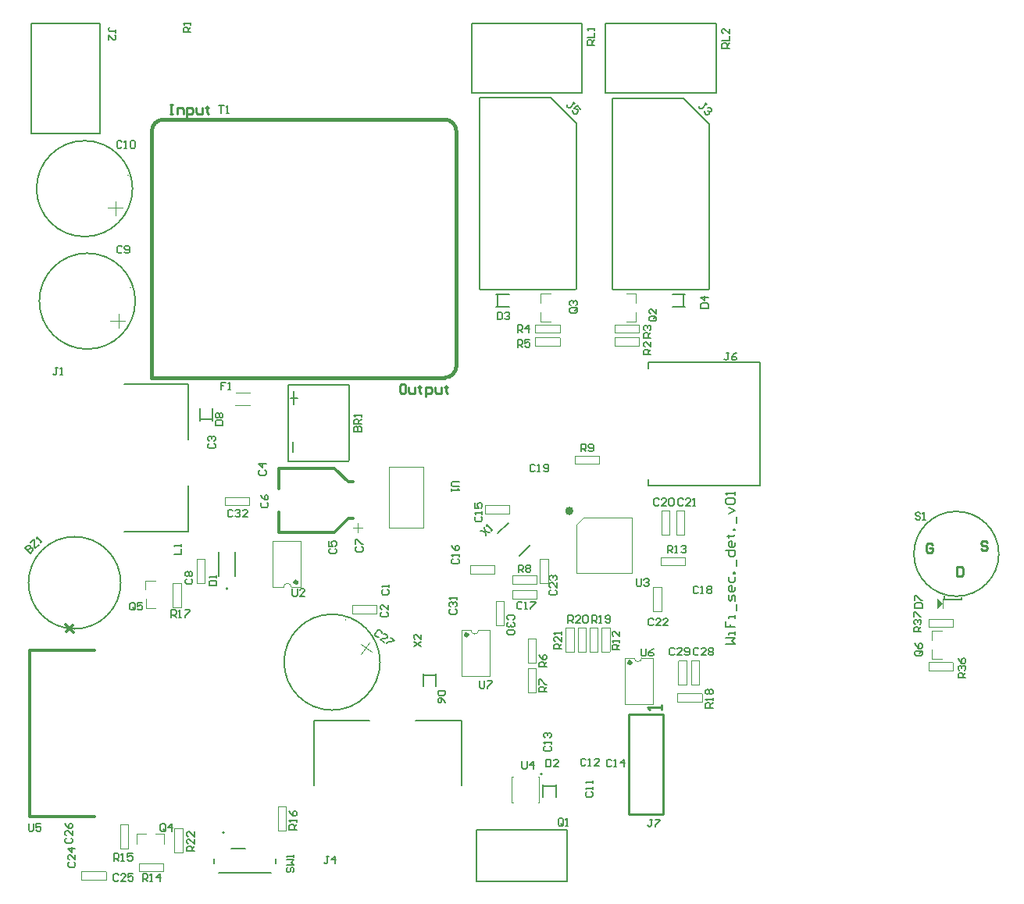
<source format=gto>
G04*
G04 #@! TF.GenerationSoftware,Altium Limited,Altium Designer,22.8.2 (66)*
G04*
G04 Layer_Color=16776960*
%FSLAX25Y25*%
%MOIN*%
G70*
G04*
G04 #@! TF.SameCoordinates,CEF463C0-22AA-4E03-8404-DDFA2DAA14BC*
G04*
G04*
G04 #@! TF.FilePolarity,Positive*
G04*
G01*
G75*
%ADD10C,0.00394*%
%ADD11C,0.01575*%
%ADD12C,0.00787*%
%ADD13C,0.01968*%
%ADD14C,0.01181*%
%ADD15C,0.00500*%
%ADD16C,0.00197*%
%ADD17C,0.00984*%
%ADD18C,0.01000*%
%ADD19C,0.00591*%
G36*
X392323Y142913D02*
X389961Y140551D01*
Y145276D01*
X392323Y142913D01*
D02*
G37*
D10*
X190945Y131496D02*
G03*
X194095Y131496I1575J0D01*
G01*
X260630Y119685D02*
G03*
X263779Y119685I1575J0D01*
G01*
X114173Y150000D02*
G03*
X111024Y150000I-1575J0D01*
G01*
X207179Y181301D02*
Y184721D01*
X207099Y184801D02*
X207179Y184721D01*
X196799Y184801D02*
X207099D01*
X196799Y181441D02*
Y184801D01*
X196939Y181301D02*
X207179D01*
X284844Y108175D02*
Y118415D01*
X284984Y118555D02*
X288344D01*
Y108255D02*
Y118555D01*
X288264Y108175D02*
X288344Y108255D01*
X284844Y108175D02*
X288264D01*
X187008Y131496D02*
X190945D01*
X194095D02*
X198819D01*
Y111811D02*
Y131496D01*
X187008Y111811D02*
X198819D01*
X187008D02*
Y131496D01*
X256693Y100000D02*
Y119685D01*
Y100000D02*
X268504D01*
Y119685D01*
X263779D02*
X268504D01*
X256693D02*
X260630D01*
X208268Y68898D02*
X208815D01*
X208268Y68504D02*
Y68898D01*
Y57874D02*
X208764D01*
X208268D02*
Y68504D01*
X219532Y68898D02*
X220079D01*
Y68504D02*
Y68898D01*
X219582Y57874D02*
X220079D01*
Y68504D01*
X235827Y155905D02*
Y176575D01*
X238779Y179528D01*
X235827Y155905D02*
X259449D01*
Y179528D01*
X238779D02*
X259449D01*
X118110Y150000D02*
Y169685D01*
X106299D02*
X118110D01*
X106299Y150000D02*
Y169685D01*
Y150000D02*
X111024D01*
X114173D02*
X118110D01*
X155905Y201181D02*
X170472D01*
X155905Y175197D02*
Y201181D01*
Y175197D02*
X170472D01*
Y201181D01*
X386308Y132876D02*
X396548D01*
X386168Y133016D02*
Y136376D01*
X396468D01*
X396548Y136296D01*
Y132876D02*
Y136296D01*
X386129Y117912D02*
X396369D01*
X396509Y114412D02*
Y117772D01*
X386209Y114412D02*
X396509D01*
X386129Y114492D02*
X386209Y114412D01*
X386129Y114492D02*
Y117912D01*
X64492Y46942D02*
X67912D01*
X64412Y46862D02*
X64492Y46942D01*
X64412Y36562D02*
Y46862D01*
Y36562D02*
X67772D01*
X67912Y36702D02*
Y46942D01*
X231301Y122349D02*
Y132589D01*
X231441Y132729D02*
X234801D01*
Y122429D02*
Y132729D01*
X234721Y122349D02*
X234801Y122429D01*
X231301Y122349D02*
X234721D01*
X236419D02*
Y132589D01*
X236559Y132729D02*
X239919D01*
Y122429D02*
Y132729D01*
X239839Y122349D02*
X239919Y122429D01*
X236419Y122349D02*
X239839D01*
X241537D02*
Y132589D01*
X241677Y132729D02*
X245037D01*
Y122429D02*
Y132729D01*
X244957Y122349D02*
X245037Y122429D01*
X241537Y122349D02*
X244957D01*
X279042Y101106D02*
Y104526D01*
Y101106D02*
X279122Y101026D01*
X289422D01*
Y104386D01*
X279042Y104526D02*
X289282D01*
X63704Y151667D02*
X67124D01*
X63624Y151587D02*
X63704Y151667D01*
X63624Y141287D02*
Y151587D01*
Y141287D02*
X66984D01*
X67124Y141427D02*
Y151667D01*
X108586Y56391D02*
X112006D01*
X108506Y56311D02*
X108586Y56391D01*
X108506Y46011D02*
Y56311D01*
Y46011D02*
X111866D01*
X112006Y46151D02*
Y56391D01*
X41263Y48517D02*
X44683D01*
X41183Y48437D02*
X41263Y48517D01*
X41183Y38137D02*
Y48437D01*
Y38137D02*
X44543D01*
X44683Y38277D02*
Y48517D01*
X59541Y28545D02*
Y31965D01*
X59461Y32045D02*
X59541Y31965D01*
X49161Y32045D02*
X59461D01*
X49161Y28685D02*
Y32045D01*
X49301Y28545D02*
X59541D01*
X271955Y162794D02*
X282195D01*
X282335Y159294D02*
Y162654D01*
X272035Y159294D02*
X282335D01*
X271955Y159374D02*
X272035Y159294D01*
X271955Y159374D02*
Y162794D01*
X250195Y122529D02*
Y132769D01*
X246695Y122389D02*
X250055D01*
X246695D02*
Y132689D01*
X246775Y132769D01*
X250195D01*
X235341Y202681D02*
Y206101D01*
Y202681D02*
X235421Y202601D01*
X245721D01*
Y205961D01*
X235341Y206101D02*
X245581D01*
X208569Y154920D02*
X218809D01*
X218949Y151420D02*
Y154780D01*
X208649Y151420D02*
X218949D01*
X208569Y151500D02*
X208649Y151420D01*
X208569Y151500D02*
Y154920D01*
X215279Y115446D02*
X218699D01*
X215199Y115366D02*
X215279Y115446D01*
X215199Y105066D02*
Y115366D01*
Y105066D02*
X218559D01*
X218699Y105206D02*
Y115446D01*
X215159Y117625D02*
X218579D01*
X218659Y117705D01*
Y128005D01*
X215299D02*
X218659D01*
X215159Y117625D02*
Y127865D01*
X218412Y253074D02*
Y256494D01*
Y253074D02*
X218493Y252994D01*
X228793D01*
Y256354D01*
X218412Y256494D02*
X228652D01*
X218412Y258586D02*
Y262006D01*
Y258586D02*
X218493Y258506D01*
X228793D01*
Y261866D01*
X218412Y262006D02*
X228652D01*
X262691Y258505D02*
Y261925D01*
X262611Y262005D02*
X262691Y261925D01*
X252311Y262005D02*
X262611D01*
X252311Y258645D02*
Y262005D01*
X252451Y258505D02*
X262691D01*
X252270Y253074D02*
Y256494D01*
Y253074D02*
X252350Y252994D01*
X262650D01*
Y256354D01*
X252270Y256494D02*
X262510D01*
X387719Y119291D02*
X391910D01*
X387719D02*
Y123228D01*
X387678Y131130D02*
X391868D01*
X387678Y127193D02*
Y131130D01*
X52067Y148847D02*
Y152784D01*
X56258D01*
X52109Y140945D02*
Y144882D01*
Y140945D02*
X56299D01*
X56130Y44567D02*
X60067D01*
Y40376D02*
Y44567D01*
X48228Y44525D02*
X52165D01*
X48228Y40335D02*
Y44525D01*
X220571Y271288D02*
Y275225D01*
X224762D01*
X220613Y263386D02*
Y267323D01*
Y263386D02*
X224803D01*
X261318D02*
Y267323D01*
X257128Y263386D02*
X261318D01*
X261277Y271288D02*
Y275225D01*
X257087D02*
X261277D01*
X90551Y233071D02*
X96457D01*
X90158Y227559D02*
X96457D01*
X392323Y140945D02*
Y144882D01*
X96155Y184844D02*
Y188264D01*
X96075Y188344D02*
X96155Y188264D01*
X85775Y188344D02*
X96075D01*
X85775Y184984D02*
Y188344D01*
X85915Y184844D02*
X96155D01*
X201500Y143962D02*
X204920D01*
X201420Y143882D02*
X201500Y143962D01*
X201420Y133582D02*
Y143882D01*
Y133582D02*
X204780D01*
X204920Y133722D02*
Y143962D01*
X279332Y108176D02*
Y118416D01*
X279472Y118556D02*
X282832D01*
Y108256D02*
Y118556D01*
X282752Y108176D02*
X282832Y108256D01*
X279332Y108176D02*
X282752D01*
X144048Y121225D02*
X147661Y126385D01*
X143823Y125709D02*
X148660Y122321D01*
X137180Y136127D02*
X137406Y136450D01*
X24712Y28542D02*
X34952D01*
X35092Y25042D02*
Y28402D01*
X24792Y25042D02*
X35092D01*
X24712Y25122D02*
X24792Y25042D01*
X24712Y25122D02*
Y28542D01*
X223817Y151663D02*
Y161903D01*
X220317Y151523D02*
X223677D01*
X220317D02*
Y161823D01*
X220397Y161903D01*
X223817D01*
X272242Y139852D02*
Y150092D01*
X268742Y139712D02*
X272102D01*
X268742D02*
Y150012D01*
X268822Y150092D01*
X272242D01*
X278545Y172349D02*
Y182589D01*
X278685Y182729D02*
X282045D01*
Y172429D02*
Y182729D01*
X281965Y172349D02*
X282045Y172429D01*
X278545Y172349D02*
X281965D01*
X272246D02*
Y182589D01*
X272386Y182729D02*
X275746D01*
Y172429D02*
Y182729D01*
X275666Y172349D02*
X275746Y172429D01*
X272246Y172349D02*
X275666D01*
X218907Y145006D02*
Y148426D01*
X218827Y148506D02*
X218907Y148426D01*
X208527Y148506D02*
X218827D01*
X208527Y145146D02*
Y148506D01*
X208667Y145006D02*
X218907D01*
X200879Y155710D02*
Y159130D01*
X200799Y159210D02*
X200879Y159130D01*
X190499Y159210D02*
X200799D01*
X190499Y155850D02*
Y159210D01*
X190639Y155710D02*
X200879D01*
X35827Y311811D02*
X42126D01*
X39370Y308661D02*
Y314567D01*
X44094Y325984D02*
X44488D01*
X37008Y263779D02*
X43307D01*
X40551Y260630D02*
Y266535D01*
X45276Y277953D02*
X45669D01*
X73821Y151483D02*
Y161723D01*
X73961Y161863D02*
X77321D01*
Y151563D02*
Y161863D01*
X77241Y151483D02*
X77321Y151563D01*
X73821Y151483D02*
X77241D01*
X140551Y175197D02*
X144488D01*
X142520Y173228D02*
Y177165D01*
X150486Y138781D02*
Y142201D01*
X150406Y142281D02*
X150486Y142201D01*
X140106Y142281D02*
X150406D01*
X140106Y138921D02*
Y142281D01*
X140246Y138781D02*
X150486D01*
D11*
X189370Y129528D02*
G03*
X189370Y129528I-394J0D01*
G01*
X259055Y117717D02*
G03*
X259055Y117717I-394J0D01*
G01*
X116535Y151969D02*
G03*
X116535Y151969I-394J0D01*
G01*
X179646Y239370D02*
G03*
X184646Y244370I0J5000D01*
G01*
Y344606D02*
G03*
X179646Y349606I-5000J0D01*
G01*
X59724D02*
G03*
X54724Y344606I0J-5000D01*
G01*
Y239370D02*
X179646D01*
X184646Y244370D02*
Y344606D01*
X59724Y349606D02*
X179646D01*
X54724Y239370D02*
Y344606D01*
D12*
X221260Y70079D02*
G03*
X221260Y70079I-394J0D01*
G01*
X85713Y45161D02*
G03*
X85713Y45161I-394J0D01*
G01*
X416153Y164535D02*
G03*
X416157Y164158I-18106J-377D01*
G01*
X87146Y149386D02*
G03*
X87146Y149386I-394J0D01*
G01*
X152102Y117905D02*
G03*
X152102Y117905I-20472J0D01*
G01*
X46457Y320079D02*
G03*
X46457Y320079I-20472J0D01*
G01*
X47638Y272047D02*
G03*
X47638Y272047I-20472J0D01*
G01*
X41449Y151805D02*
G03*
X41449Y151805I-19685J0D01*
G01*
X75197Y220866D02*
Y226378D01*
X80709Y220866D02*
Y226378D01*
X75197Y221654D02*
X80315D01*
X202346Y172874D02*
X206800Y177328D01*
X211533Y163131D02*
X216265Y167863D01*
X392929Y144473D02*
Y146441D01*
X400409Y144473D02*
Y145654D01*
X392929Y144473D02*
X400409D01*
X251220Y277284D02*
Y358780D01*
X281535D01*
X292559Y347756D01*
Y277284D02*
Y347756D01*
X292165Y276890D02*
X292559Y277284D01*
X251614Y276890D02*
X292165D01*
X194449Y277362D02*
Y358858D01*
X224764D01*
X235787Y347835D01*
Y277362D02*
Y347835D01*
X235394Y276969D02*
X235787Y277362D01*
X194843Y276969D02*
X235394D01*
X193307Y24213D02*
X197638D01*
X193307D02*
Y46260D01*
X231890D01*
Y24213D02*
Y46260D01*
X197638Y24213D02*
X231890D01*
X266535Y243307D02*
Y246063D01*
X314173D01*
Y193307D02*
Y246063D01*
X266535Y193307D02*
X314173D01*
X266535D02*
Y196063D01*
X191102Y361024D02*
X238347D01*
X191102D02*
Y377953D01*
Y390551D01*
X238347D01*
Y361024D02*
Y390551D01*
X123819Y65256D02*
Y92815D01*
X147441D01*
X167126D02*
X186811D01*
Y65256D02*
Y92815D01*
X248189Y361024D02*
X295433D01*
X248189D02*
Y377953D01*
Y390551D01*
X295433D01*
Y361024D02*
Y390551D01*
X3150Y390709D02*
X32677D01*
X3150Y343465D02*
Y390709D01*
Y343465D02*
X15748D01*
X32677D01*
Y390709D01*
X42815Y173622D02*
X70374D01*
Y193307D01*
Y212992D02*
Y236614D01*
X42815D02*
X70374D01*
X170866Y112205D02*
X175984D01*
X170472Y107480D02*
Y112992D01*
X175984Y107480D02*
Y112992D01*
X281496Y269516D02*
Y274634D01*
X276772Y275028D02*
X282283D01*
X276772Y269516D02*
X282283D01*
X202362Y269910D02*
Y275028D01*
X201575Y269516D02*
X207087D01*
X201575Y275028D02*
X207087D01*
X222047Y64961D02*
X227165D01*
X221654Y60236D02*
Y65748D01*
X227165Y60236D02*
Y65748D01*
X113080Y203751D02*
Y236428D01*
X139064D01*
Y204145D02*
Y236428D01*
X138670Y203751D02*
X139064Y204145D01*
X113080Y203751D02*
X138670D01*
X114961Y207480D02*
Y211811D01*
X115354Y227953D02*
Y233465D01*
X113779Y230709D02*
X116929D01*
X299739Y125591D02*
X303675D01*
X302363Y126902D01*
X303675Y128214D01*
X299739D01*
X303675Y129526D02*
Y130838D01*
Y130182D01*
X301051D01*
Y129526D01*
X299739Y135430D02*
Y132806D01*
X301707D01*
Y134118D01*
Y132806D01*
X303675D01*
Y136742D02*
Y138054D01*
Y137398D01*
X301051D01*
Y136742D01*
X304331Y140022D02*
Y142645D01*
X303675Y143957D02*
Y145925D01*
X303019Y146581D01*
X302363Y145925D01*
Y144613D01*
X301707Y143957D01*
X301051Y144613D01*
Y146581D01*
X303675Y149861D02*
Y148549D01*
X303019Y147893D01*
X301707D01*
X301051Y148549D01*
Y149861D01*
X301707Y150517D01*
X302363D01*
Y147893D01*
X301051Y154453D02*
Y152485D01*
X301707Y151829D01*
X303019D01*
X303675Y152485D01*
Y154453D01*
Y155764D02*
X303019D01*
Y156421D01*
X303675D01*
Y155764D01*
X304331Y159044D02*
Y161668D01*
X299739Y165604D02*
X303675D01*
Y163636D01*
X303019Y162980D01*
X301707D01*
X301051Y163636D01*
Y165604D01*
X303675Y168884D02*
Y167572D01*
X303019Y166916D01*
X301707D01*
X301051Y167572D01*
Y168884D01*
X301707Y169540D01*
X302363D01*
Y166916D01*
X300395Y171508D02*
X301051D01*
Y170852D01*
Y172163D01*
Y171508D01*
X303019D01*
X303675Y172163D01*
Y174131D02*
X303019D01*
Y174787D01*
X303675D01*
Y174131D01*
X304331Y177411D02*
Y180035D01*
X301051Y181347D02*
X303675Y182659D01*
X301051Y183971D01*
X300395Y185283D02*
X299739Y185939D01*
Y187250D01*
X300395Y187906D01*
X303019D01*
X303675Y187250D01*
Y185939D01*
X303019Y185283D01*
X300395D01*
X303675Y189218D02*
Y190530D01*
Y189874D01*
X299739D01*
X300395Y189218D01*
D13*
X233661Y182480D02*
G03*
X233661Y182480I-787J0D01*
G01*
D14*
X2725Y52085D02*
Y122951D01*
X30284D01*
X2725Y52085D02*
X30284D01*
X109055Y173228D02*
Y181890D01*
Y173228D02*
X130709D01*
X132677D01*
X138583Y179134D01*
X140551D01*
X109055Y192126D02*
Y200787D01*
X130709D01*
X132677D01*
X138583Y194882D01*
X140551D01*
X18186Y131005D02*
X20970Y133789D01*
X17908Y134068D02*
X21248Y130727D01*
D15*
X107677Y32071D02*
Y34071D01*
X81299Y32071D02*
Y34071D01*
X88583Y38189D02*
X94488D01*
X83346Y27953D02*
X105630D01*
X90388Y154524D02*
Y165114D01*
X83116Y154524D02*
Y165114D01*
D16*
X392929Y144473D02*
Y146441D01*
D17*
X272835Y52953D02*
Y95472D01*
X258268Y52953D02*
X272835D01*
X258268D02*
Y95472D01*
X272835D01*
D18*
X162417Y236563D02*
X161105D01*
X160449Y235907D01*
Y233283D01*
X161105Y232627D01*
X162417D01*
X163073Y233283D01*
Y235907D01*
X162417Y236563D01*
X164385Y235251D02*
Y233283D01*
X165041Y232627D01*
X167008D01*
Y235251D01*
X168976Y235907D02*
Y235251D01*
X168320D01*
X169632D01*
X168976D01*
Y233283D01*
X169632Y232627D01*
X171600Y231315D02*
Y235251D01*
X173568D01*
X174224Y234595D01*
Y233283D01*
X173568Y232627D01*
X171600D01*
X175536Y235251D02*
Y233283D01*
X176192Y232627D01*
X178160D01*
Y235251D01*
X180128Y235907D02*
Y235251D01*
X179472D01*
X180783D01*
X180128D01*
Y233283D01*
X180783Y232627D01*
X62417Y355854D02*
X63729D01*
X63073D01*
Y351918D01*
X62417D01*
X63729D01*
X65697D02*
Y354542D01*
X67665D01*
X68321Y353886D01*
Y351918D01*
X69633Y350606D02*
Y354542D01*
X71601D01*
X72257Y353886D01*
Y352574D01*
X71601Y351918D01*
X69633D01*
X73569Y354542D02*
Y352574D01*
X74225Y351918D01*
X76192D01*
Y354542D01*
X78160Y355198D02*
Y354542D01*
X77504D01*
X78816D01*
X78160D01*
Y352574D01*
X78816Y351918D01*
X387891Y168044D02*
X387235Y168700D01*
X385924D01*
X385267Y168044D01*
Y165420D01*
X385924Y164764D01*
X387235D01*
X387891Y165420D01*
Y166732D01*
X386579D01*
X411120Y168831D02*
X410464Y169487D01*
X409152D01*
X408496Y168831D01*
Y168175D01*
X409152Y167519D01*
X410464D01*
X411120Y166863D01*
Y166207D01*
X410464Y165551D01*
X409152D01*
X408496Y166207D01*
X398260Y158464D02*
Y154528D01*
X400227D01*
X400883Y155184D01*
Y157808D01*
X400227Y158464D01*
X398260D01*
X272228Y97653D02*
Y99653D01*
Y98653D01*
X266230D01*
X267230Y97653D01*
D19*
X288058Y123491D02*
X287534Y124015D01*
X286484D01*
X285959Y123491D01*
Y121391D01*
X286484Y120867D01*
X287534D01*
X288058Y121391D01*
X291207Y120867D02*
X289108D01*
X291207Y122966D01*
Y123491D01*
X290682Y124015D01*
X289633D01*
X289108Y123491D01*
X292256D02*
X292781Y124015D01*
X293831D01*
X294356Y123491D01*
Y122966D01*
X293831Y122441D01*
X294356Y121916D01*
Y121391D01*
X293831Y120867D01*
X292781D01*
X292256Y121391D01*
Y121916D01*
X292781Y122441D01*
X292256Y122966D01*
Y123491D01*
X292781Y122441D02*
X293831D01*
X81890Y219030D02*
X85039D01*
Y220604D01*
X84514Y221129D01*
X82415D01*
X81890Y220604D01*
Y219030D01*
X82415Y222178D02*
X81890Y222703D01*
Y223753D01*
X82415Y224277D01*
X82940D01*
X83465Y223753D01*
X83989Y224277D01*
X84514D01*
X85039Y223753D01*
Y222703D01*
X84514Y222178D01*
X83989D01*
X83465Y222703D01*
X82940Y222178D01*
X82415D01*
X83465Y222703D02*
Y223753D01*
X166536Y124541D02*
X169685Y126641D01*
X166536D02*
X169685Y124541D01*
Y129789D02*
Y127690D01*
X167586Y129789D01*
X167061D01*
X166536Y129264D01*
Y128215D01*
X167061Y127690D01*
X195040Y174038D02*
X198751Y173296D01*
X196525Y175523D02*
X197267Y171812D01*
X199493Y174038D02*
X200235Y174780D01*
X199864Y174409D01*
X197638Y176636D01*
X197638Y175894D01*
X194620Y109842D02*
Y107218D01*
X195145Y106693D01*
X196195D01*
X196719Y107218D01*
Y109842D01*
X197769D02*
X199868D01*
Y109317D01*
X197769Y107218D01*
Y106693D01*
X263518Y123621D02*
Y120998D01*
X264043Y120473D01*
X265092D01*
X265617Y120998D01*
Y123621D01*
X268766D02*
X267716Y123097D01*
X266667Y122047D01*
Y120998D01*
X267191Y120473D01*
X268241D01*
X268766Y120998D01*
Y121522D01*
X268241Y122047D01*
X266667D01*
X2101Y48818D02*
Y46195D01*
X2625Y45670D01*
X3675D01*
X4200Y46195D01*
Y48818D01*
X7348D02*
X5249D01*
Y47244D01*
X6299Y47769D01*
X6824D01*
X7348Y47244D01*
Y46195D01*
X6824Y45670D01*
X5774D01*
X5249Y46195D01*
X212731Y75590D02*
Y72966D01*
X213255Y72442D01*
X214305D01*
X214830Y72966D01*
Y75590D01*
X217453Y72442D02*
Y75590D01*
X215879Y74016D01*
X217978D01*
X261549Y153543D02*
Y150919D01*
X262074Y150394D01*
X263124D01*
X263649Y150919D01*
Y153543D01*
X264698Y153018D02*
X265223Y153543D01*
X266272D01*
X266797Y153018D01*
Y152493D01*
X266272Y151969D01*
X265747D01*
X266272D01*
X266797Y151444D01*
Y150919D01*
X266272Y150394D01*
X265223D01*
X264698Y150919D01*
X114699Y149212D02*
Y146588D01*
X115224Y146063D01*
X116273D01*
X116798Y146588D01*
Y149212D01*
X119947Y146063D02*
X117848D01*
X119947Y148163D01*
Y148687D01*
X119422Y149212D01*
X118372D01*
X117848Y148687D01*
X185826Y195012D02*
X183202D01*
X182678Y194488D01*
Y193438D01*
X183202Y192913D01*
X185826D01*
X182678Y191864D02*
Y190814D01*
Y191339D01*
X185826D01*
X185301Y191864D01*
X83334Y355511D02*
X85433D01*
X84383D01*
Y352363D01*
X86483D02*
X87532D01*
X87007D01*
Y355511D01*
X86483Y354987D01*
X112730Y30316D02*
X112205Y29791D01*
Y28741D01*
X112730Y28216D01*
X113255D01*
X113779Y28741D01*
Y29791D01*
X114304Y30316D01*
X114829D01*
X115354Y29791D01*
Y28741D01*
X114829Y28216D01*
X112205Y31365D02*
X115354D01*
X114304Y32414D01*
X115354Y33464D01*
X112205D01*
X115354Y34514D02*
Y35563D01*
Y35038D01*
X112205D01*
X112730Y34514D01*
X382677Y181365D02*
X382152Y181889D01*
X381103D01*
X380578Y181365D01*
Y180840D01*
X381103Y180315D01*
X382152D01*
X382677Y179790D01*
Y179265D01*
X382152Y178741D01*
X381103D01*
X380578Y179265D01*
X383727Y178741D02*
X384776D01*
X384251D01*
Y181889D01*
X383727Y181365D01*
X301181Y380054D02*
X298032D01*
Y381628D01*
X298557Y382153D01*
X299606D01*
X300131Y381628D01*
Y380054D01*
Y381103D02*
X301181Y382153D01*
X298032Y383202D02*
X301181D01*
Y385301D01*
Y388450D02*
Y386351D01*
X299081Y388450D01*
X298557D01*
X298032Y387925D01*
Y386876D01*
X298557Y386351D01*
X243700Y381366D02*
X240552D01*
Y382940D01*
X241076Y383465D01*
X242126D01*
X242651Y382940D01*
Y381366D01*
Y382416D02*
X243700Y383465D01*
X240552Y384515D02*
X243700D01*
Y386614D01*
Y387663D02*
Y388713D01*
Y388188D01*
X240552D01*
X241076Y387663D01*
X383070Y130841D02*
X379922D01*
Y132416D01*
X380447Y132940D01*
X381496D01*
X382021Y132416D01*
Y130841D01*
Y131891D02*
X383070Y132940D01*
X380447Y133990D02*
X379922Y134515D01*
Y135564D01*
X380447Y136089D01*
X380971D01*
X381496Y135564D01*
Y135039D01*
Y135564D01*
X382021Y136089D01*
X382546D01*
X383070Y135564D01*
Y134515D01*
X382546Y133990D01*
X379922Y137138D02*
Y139237D01*
X380447D01*
X382546Y137138D01*
X383070D01*
X401968Y111156D02*
X398819D01*
Y112731D01*
X399344Y113255D01*
X400394D01*
X400918Y112731D01*
Y111156D01*
Y112206D02*
X401968Y113255D01*
X399344Y114305D02*
X398819Y114830D01*
Y115879D01*
X399344Y116404D01*
X399869D01*
X400394Y115879D01*
Y115354D01*
Y115879D01*
X400918Y116404D01*
X401443D01*
X401968Y115879D01*
Y114830D01*
X401443Y114305D01*
X398819Y119552D02*
X399344Y118503D01*
X400394Y117453D01*
X401443D01*
X401968Y117978D01*
Y119028D01*
X401443Y119552D01*
X400918D01*
X400394Y119028D01*
Y117453D01*
X72834Y37141D02*
X69686D01*
Y38715D01*
X70210Y39239D01*
X71260D01*
X71785Y38715D01*
Y37141D01*
Y38190D02*
X72834Y39239D01*
Y42388D02*
Y40289D01*
X70735Y42388D01*
X70210D01*
X69686Y41863D01*
Y40814D01*
X70210Y40289D01*
X72834Y45537D02*
Y43438D01*
X70735Y45537D01*
X70210D01*
X69686Y45012D01*
Y43962D01*
X70210Y43438D01*
X229527Y123492D02*
X226378D01*
Y125066D01*
X226903Y125591D01*
X227953D01*
X228478Y125066D01*
Y123492D01*
Y124541D02*
X229527Y125591D01*
Y128740D02*
Y126641D01*
X227428Y128740D01*
X226903D01*
X226378Y128215D01*
Y127165D01*
X226903Y126641D01*
X229527Y129789D02*
Y130839D01*
Y130314D01*
X226378D01*
X226903Y129789D01*
X232416Y134646D02*
Y137795D01*
X233990D01*
X234515Y137270D01*
Y136221D01*
X233990Y135696D01*
X232416D01*
X233466D02*
X234515Y134646D01*
X237664D02*
X235565D01*
X237664Y136745D01*
Y137270D01*
X237139Y137795D01*
X236089D01*
X235565Y137270D01*
X238713D02*
X239238Y137795D01*
X240287D01*
X240812Y137270D01*
Y135171D01*
X240287Y134646D01*
X239238D01*
X238713Y135171D01*
Y137270D01*
X242521Y134646D02*
Y137795D01*
X244095D01*
X244620Y137270D01*
Y136221D01*
X244095Y135696D01*
X242521D01*
X243570D02*
X244620Y134646D01*
X245670D02*
X246719D01*
X246194D01*
Y137795D01*
X245670Y137270D01*
X248293Y135171D02*
X248818Y134646D01*
X249868D01*
X250392Y135171D01*
Y137270D01*
X249868Y137795D01*
X248818D01*
X248293Y137270D01*
Y136745D01*
X248818Y136221D01*
X250392D01*
X294094Y98427D02*
X290945D01*
Y100001D01*
X291470Y100525D01*
X292520D01*
X293044Y100001D01*
Y98427D01*
Y99476D02*
X294094Y100525D01*
Y101575D02*
Y102625D01*
Y102100D01*
X290945D01*
X291470Y101575D01*
Y104199D02*
X290945Y104724D01*
Y105773D01*
X291470Y106298D01*
X291995D01*
X292520Y105773D01*
X293044Y106298D01*
X293569D01*
X294094Y105773D01*
Y104724D01*
X293569Y104199D01*
X293044D01*
X292520Y104724D01*
X291995Y104199D01*
X291470D01*
X292520Y104724D02*
Y105773D01*
X62993Y137008D02*
Y140157D01*
X64568D01*
X65092Y139632D01*
Y138583D01*
X64568Y138058D01*
X62993D01*
X64043D02*
X65092Y137008D01*
X66142D02*
X67191D01*
X66667D01*
Y140157D01*
X66142Y139632D01*
X68766Y140157D02*
X70865D01*
Y139632D01*
X68766Y137533D01*
Y137008D01*
X116535Y46458D02*
X113386D01*
Y48032D01*
X113911Y48557D01*
X114961D01*
X115485Y48032D01*
Y46458D01*
Y47508D02*
X116535Y48557D01*
Y49606D02*
Y50656D01*
Y50131D01*
X113386D01*
X113911Y49606D01*
X113386Y54329D02*
X113911Y53280D01*
X114961Y52230D01*
X116010D01*
X116535Y52755D01*
Y53805D01*
X116010Y54329D01*
X115485D01*
X114961Y53805D01*
Y52230D01*
X38584Y33071D02*
Y36220D01*
X40158D01*
X40683Y35695D01*
Y34646D01*
X40158Y34121D01*
X38584D01*
X39634D02*
X40683Y33071D01*
X41732D02*
X42782D01*
X42257D01*
Y36220D01*
X41732Y35695D01*
X46455Y36220D02*
X44356D01*
Y34646D01*
X45406Y35170D01*
X45931D01*
X46455Y34646D01*
Y33596D01*
X45931Y33071D01*
X44881D01*
X44356Y33596D01*
X50789Y24410D02*
Y27559D01*
X52363D01*
X52888Y27034D01*
Y25984D01*
X52363Y25460D01*
X50789D01*
X51838D02*
X52888Y24410D01*
X53937D02*
X54987D01*
X54462D01*
Y27559D01*
X53937Y27034D01*
X58135Y24410D02*
Y27559D01*
X56561Y25984D01*
X58660D01*
X274804Y164567D02*
Y167716D01*
X276379D01*
X276904Y167191D01*
Y166142D01*
X276379Y165617D01*
X274804D01*
X275854D02*
X276904Y164567D01*
X277953D02*
X279002D01*
X278478D01*
Y167716D01*
X277953Y167191D01*
X280577D02*
X281102Y167716D01*
X282151D01*
X282676Y167191D01*
Y166666D01*
X282151Y166142D01*
X281626D01*
X282151D01*
X282676Y165617D01*
Y165092D01*
X282151Y164567D01*
X281102D01*
X280577Y165092D01*
X254330Y123230D02*
X251182D01*
Y124804D01*
X251706Y125329D01*
X252756D01*
X253281Y124804D01*
Y123230D01*
Y124279D02*
X254330Y125329D01*
Y126378D02*
Y127428D01*
Y126903D01*
X251182D01*
X251706Y126378D01*
X254330Y131101D02*
Y129002D01*
X252231Y131101D01*
X251706D01*
X251182Y130576D01*
Y129527D01*
X251706Y129002D01*
X237927Y207875D02*
X237927Y211023D01*
X239502Y211023D01*
X240026Y210498D01*
X240026Y209449D01*
X239502Y208924D01*
X237927Y208924D01*
X238977Y208924D02*
X240026Y207874D01*
X241076Y208399D02*
X241601Y207874D01*
X242650Y207874D01*
X243175Y208399D01*
X243175Y210498D01*
X242650Y211023D01*
X241601Y211023D01*
X241076Y210498D01*
X241076Y209974D01*
X241601Y209449D01*
X243175Y209449D01*
X211156Y156300D02*
Y159448D01*
X212730D01*
X213255Y158924D01*
Y157874D01*
X212730Y157349D01*
X211156D01*
X212205D02*
X213255Y156300D01*
X214304Y158924D02*
X214829Y159448D01*
X215879D01*
X216403Y158924D01*
Y158399D01*
X215879Y157874D01*
X216403Y157349D01*
Y156825D01*
X215879Y156300D01*
X214829D01*
X214304Y156825D01*
Y157349D01*
X214829Y157874D01*
X214304Y158399D01*
Y158924D01*
X214829Y157874D02*
X215879D01*
X223228Y105250D02*
X220079D01*
Y106825D01*
X220604Y107349D01*
X221654D01*
X222178Y106825D01*
Y105250D01*
Y106300D02*
X223228Y107349D01*
X220079Y108399D02*
Y110498D01*
X220604D01*
X222703Y108399D01*
X223228D01*
Y115880D02*
X220079D01*
Y117454D01*
X220604Y117979D01*
X221654D01*
X222178Y117454D01*
Y115880D01*
Y116930D02*
X223228Y117979D01*
X220079Y121128D02*
X220604Y120078D01*
X221654Y119029D01*
X222703D01*
X223228Y119553D01*
Y120603D01*
X222703Y121128D01*
X222178D01*
X221654Y120603D01*
Y119029D01*
X210762Y252363D02*
Y255511D01*
X212336D01*
X212861Y254987D01*
Y253937D01*
X212336Y253412D01*
X210762D01*
X211811D02*
X212861Y252363D01*
X216010Y255511D02*
X213911D01*
Y253937D01*
X214960Y254462D01*
X215485D01*
X216010Y253937D01*
Y252888D01*
X215485Y252363D01*
X214435D01*
X213911Y252888D01*
X210762Y258662D02*
Y261810D01*
X212336D01*
X212861Y261286D01*
Y260236D01*
X212336Y259712D01*
X210762D01*
X211811D02*
X212861Y258662D01*
X215485D02*
Y261810D01*
X213911Y260236D01*
X216010D01*
X267716Y256431D02*
X264567D01*
Y258006D01*
X265092Y258530D01*
X266142D01*
X266667Y258006D01*
Y256431D01*
Y257481D02*
X267716Y258530D01*
X265092Y259580D02*
X264567Y260105D01*
Y261154D01*
X265092Y261679D01*
X265617D01*
X266142Y261154D01*
Y260629D01*
Y261154D01*
X266667Y261679D01*
X267191D01*
X267716Y261154D01*
Y260105D01*
X267191Y259580D01*
X267716Y249345D02*
X264567D01*
Y250919D01*
X265092Y251444D01*
X266142D01*
X266667Y250919D01*
Y249345D01*
Y250394D02*
X267716Y251444D01*
Y254592D02*
Y252493D01*
X265617Y254592D01*
X265092D01*
X264567Y254068D01*
Y253018D01*
X265092Y252493D01*
X71259Y386877D02*
X68111D01*
Y388452D01*
X68635Y388976D01*
X69685D01*
X70210Y388452D01*
Y386877D01*
Y387927D02*
X71259Y388976D01*
Y390026D02*
Y391075D01*
Y390551D01*
X68111D01*
X68635Y390026D01*
X382939Y122704D02*
X380840D01*
X380315Y122179D01*
Y121129D01*
X380840Y120605D01*
X382939D01*
X383464Y121129D01*
Y122179D01*
X382415Y121654D02*
X383464Y122704D01*
Y122179D02*
X382939Y122704D01*
X380315Y125852D02*
X380840Y124803D01*
X381890Y123753D01*
X382939D01*
X383464Y124278D01*
Y125327D01*
X382939Y125852D01*
X382415D01*
X381890Y125327D01*
Y123753D01*
X47507Y140683D02*
Y142782D01*
X46982Y143307D01*
X45932D01*
X45408Y142782D01*
Y140683D01*
X45932Y140158D01*
X46982D01*
X46457Y141208D02*
X47507Y140158D01*
X46982D02*
X47507Y140683D01*
X50655Y143307D02*
X48556D01*
Y141732D01*
X49606Y142257D01*
X50131D01*
X50655Y141732D01*
Y140683D01*
X50131Y140158D01*
X49081D01*
X48556Y140683D01*
X60499Y46195D02*
Y48294D01*
X59974Y48818D01*
X58925D01*
X58400Y48294D01*
Y46195D01*
X58925Y45670D01*
X59974D01*
X59449Y46719D02*
X60499Y45670D01*
X59974D02*
X60499Y46195D01*
X63123Y45670D02*
Y48818D01*
X61548Y47244D01*
X63648D01*
X235695Y269160D02*
X233596D01*
X233071Y268636D01*
Y267586D01*
X233596Y267061D01*
X235695D01*
X236220Y267586D01*
Y268636D01*
X235170Y268111D02*
X236220Y269160D01*
Y268636D02*
X235695Y269160D01*
X233596Y270210D02*
X233071Y270735D01*
Y271784D01*
X233596Y272309D01*
X234121D01*
X234646Y271784D01*
Y271259D01*
Y271784D01*
X235170Y272309D01*
X235695D01*
X236220Y271784D01*
Y270735D01*
X235695Y270210D01*
X269553Y265617D02*
X267454D01*
X266930Y265092D01*
Y264043D01*
X267454Y263518D01*
X269553D01*
X270078Y264043D01*
Y265092D01*
X269029Y264567D02*
X270078Y265617D01*
Y265092D02*
X269553Y265617D01*
X270078Y268766D02*
Y266667D01*
X267979Y268766D01*
X267454D01*
X266930Y268241D01*
Y267191D01*
X267454Y266667D01*
X230315Y48557D02*
Y50656D01*
X229790Y51181D01*
X228741D01*
X228216Y50656D01*
Y48557D01*
X228741Y48032D01*
X229790D01*
X229265Y49082D02*
X230315Y48032D01*
X229790D02*
X230315Y48557D01*
X231364Y48032D02*
X232414D01*
X231889D01*
Y51181D01*
X231364Y50656D01*
X64174Y164043D02*
X67322D01*
Y166142D01*
Y167191D02*
Y168241D01*
Y167716D01*
X64174D01*
X64698Y167191D01*
X268373Y50787D02*
X267323D01*
X267848D01*
Y48163D01*
X267323Y47638D01*
X266799D01*
X266274Y48163D01*
X269422Y50787D02*
X271521D01*
Y50262D01*
X269422Y48163D01*
Y47638D01*
X301050Y249999D02*
X300001D01*
X300525D01*
Y247376D01*
X300001Y246851D01*
X299476D01*
X298951Y247376D01*
X304199Y249999D02*
X303149Y249475D01*
X302100Y248425D01*
Y247376D01*
X302624Y246851D01*
X303674D01*
X304199Y247376D01*
Y247900D01*
X303674Y248425D01*
X302100D01*
X235388Y356209D02*
X234646Y356951D01*
X235017Y356580D01*
X233161Y354724D01*
X232419D01*
X232048Y355096D01*
Y355838D01*
X237614Y353982D02*
X236130Y355467D01*
X235017Y354353D01*
X236130Y353982D01*
X236501Y353611D01*
Y352869D01*
X235759Y352127D01*
X235017Y352127D01*
X234275Y352869D01*
Y353611D01*
X130184Y35039D02*
X129134D01*
X129659D01*
Y32415D01*
X129134Y31890D01*
X128610D01*
X128085Y32415D01*
X132808Y31890D02*
Y35039D01*
X131233Y33465D01*
X133333D01*
X291687Y355815D02*
X290945Y356557D01*
X291316Y356186D01*
X289461Y354331D01*
X288719D01*
X288347Y354702D01*
Y355444D01*
X292058Y354702D02*
X292800Y354702D01*
X293542Y353960D01*
Y353218D01*
X293171Y352847D01*
X292429D01*
X292058Y353218D01*
X292429Y352847D01*
X292429Y352104D01*
X292058Y351733D01*
X291316Y351733D01*
X290574Y352475D01*
Y353218D01*
X39370Y386745D02*
Y387795D01*
Y387270D01*
X36746D01*
X36221Y387795D01*
Y388319D01*
X36746Y388844D01*
X36221Y383597D02*
Y385696D01*
X38320Y383597D01*
X38845D01*
X39370Y384121D01*
Y385171D01*
X38845Y385696D01*
X14567Y243700D02*
X13517D01*
X14042D01*
Y241076D01*
X13517Y240552D01*
X12993D01*
X12468Y241076D01*
X15617Y240552D02*
X16666D01*
X16141D01*
Y243700D01*
X15617Y243176D01*
X86221Y237401D02*
X84121D01*
Y235827D01*
X85171D01*
X84121D01*
Y234253D01*
X87270D02*
X88319D01*
X87795D01*
Y237401D01*
X87270Y236876D01*
X380315Y141077D02*
X383464D01*
Y142651D01*
X382939Y143176D01*
X380840D01*
X380315Y142651D01*
Y141077D01*
Y144226D02*
Y146325D01*
X380840D01*
X382939Y144226D01*
X383464D01*
X179921Y105773D02*
X176772D01*
Y104199D01*
X177297Y103674D01*
X179396D01*
X179921Y104199D01*
Y105773D01*
Y100526D02*
X179396Y101575D01*
X178347Y102625D01*
X177297D01*
X176772Y102100D01*
Y101050D01*
X177297Y100526D01*
X177822D01*
X178347Y101050D01*
Y102625D01*
X288977Y269030D02*
X292126D01*
Y270604D01*
X291601Y271129D01*
X289502D01*
X288977Y270604D01*
Y269030D01*
X292126Y273753D02*
X288977D01*
X290551Y272178D01*
Y274277D01*
X202101Y267322D02*
Y264174D01*
X203675D01*
X204200Y264699D01*
Y266798D01*
X203675Y267322D01*
X202101D01*
X205249Y266798D02*
X205774Y267322D01*
X206823D01*
X207348Y266798D01*
Y266273D01*
X206823Y265748D01*
X206299D01*
X206823D01*
X207348Y265223D01*
Y264699D01*
X206823Y264174D01*
X205774D01*
X205249Y264699D01*
X222967Y76377D02*
Y73229D01*
X224541D01*
X225066Y73754D01*
Y75853D01*
X224541Y76377D01*
X222967D01*
X228214Y73229D02*
X226115D01*
X228214Y75328D01*
Y75853D01*
X227690Y76377D01*
X226640D01*
X226115Y75853D01*
X79134Y150657D02*
X82283D01*
Y152231D01*
X81758Y152756D01*
X79659D01*
X79134Y152231D01*
Y150657D01*
X82283Y153805D02*
Y154855D01*
Y154330D01*
X79134D01*
X79659Y153805D01*
X89240Y182546D02*
X88715Y183070D01*
X87665D01*
X87141Y182546D01*
Y180447D01*
X87665Y179922D01*
X88715D01*
X89240Y180447D01*
X90289Y182546D02*
X90814Y183070D01*
X91863D01*
X92388Y182546D01*
Y182021D01*
X91863Y181496D01*
X91339D01*
X91863D01*
X92388Y180971D01*
Y180447D01*
X91863Y179922D01*
X90814D01*
X90289Y180447D01*
X95537Y179922D02*
X93438D01*
X95537Y182021D01*
Y182546D01*
X95012Y183070D01*
X93962D01*
X93438Y182546D01*
X182196Y140475D02*
X181671Y139950D01*
Y138900D01*
X182196Y138376D01*
X184295D01*
X184820Y138900D01*
Y139950D01*
X184295Y140475D01*
X182196Y141524D02*
X181671Y142049D01*
Y143098D01*
X182196Y143623D01*
X182721D01*
X183246Y143098D01*
Y142574D01*
Y143098D01*
X183770Y143623D01*
X184295D01*
X184820Y143098D01*
Y142049D01*
X184295Y141524D01*
X184820Y144673D02*
Y145722D01*
Y145198D01*
X181671D01*
X182196Y144673D01*
X208924Y135957D02*
X209448Y136482D01*
Y137532D01*
X208924Y138056D01*
X206824D01*
X206300Y137532D01*
Y136482D01*
X206824Y135957D01*
X208924Y134908D02*
X209448Y134383D01*
Y133334D01*
X208924Y132809D01*
X208399D01*
X207874Y133334D01*
Y133858D01*
Y133334D01*
X207349Y132809D01*
X206824D01*
X206300Y133334D01*
Y134383D01*
X206824Y134908D01*
X208924Y131759D02*
X209448Y131234D01*
Y130185D01*
X208924Y129660D01*
X206824D01*
X206300Y130185D01*
Y131234D01*
X206824Y131759D01*
X208924D01*
X277822Y123491D02*
X277297Y124015D01*
X276248D01*
X275723Y123491D01*
Y121391D01*
X276248Y120867D01*
X277297D01*
X277822Y121391D01*
X280971Y120867D02*
X278872D01*
X280971Y122966D01*
Y123491D01*
X280446Y124015D01*
X279397D01*
X278872Y123491D01*
X282020Y121391D02*
X282545Y120867D01*
X283595D01*
X284119Y121391D01*
Y123491D01*
X283595Y124015D01*
X282545D01*
X282020Y123491D01*
Y122966D01*
X282545Y122441D01*
X284119D01*
X152820Y130410D02*
X152691Y131141D01*
X151831Y131743D01*
X151100Y131614D01*
X149896Y129895D01*
X150025Y129164D01*
X150885Y128562D01*
X151616Y128691D01*
X153894Y126455D02*
X152174Y127659D01*
X155098Y128174D01*
X155399Y128604D01*
X155270Y129335D01*
X154410Y129937D01*
X153679Y129808D01*
X156559Y128432D02*
X158279Y127228D01*
X157978Y126798D01*
X155054Y126283D01*
X154753Y125853D01*
X18242Y42783D02*
X17717Y42258D01*
Y41208D01*
X18242Y40684D01*
X20341D01*
X20866Y41208D01*
Y42258D01*
X20341Y42783D01*
X20866Y45931D02*
Y43832D01*
X18767Y45931D01*
X18242D01*
X17717Y45407D01*
Y44357D01*
X18242Y43832D01*
X17717Y49080D02*
X18242Y48030D01*
X19291Y46981D01*
X20341D01*
X20866Y47506D01*
Y48555D01*
X20341Y49080D01*
X19816D01*
X19291Y48555D01*
Y46981D01*
X40421Y27034D02*
X39896Y27559D01*
X38846D01*
X38322Y27034D01*
Y24935D01*
X38846Y24410D01*
X39896D01*
X40421Y24935D01*
X43569Y24410D02*
X41470D01*
X43569Y26509D01*
Y27034D01*
X43044Y27559D01*
X41995D01*
X41470Y27034D01*
X46718Y27559D02*
X44619D01*
Y25984D01*
X45668Y26509D01*
X46193D01*
X46718Y25984D01*
Y24935D01*
X46193Y24410D01*
X45143D01*
X44619Y24935D01*
X19423Y32547D02*
X18898Y32022D01*
Y30972D01*
X19423Y30448D01*
X21522D01*
X22047Y30972D01*
Y32022D01*
X21522Y32547D01*
X22047Y35695D02*
Y33596D01*
X19948Y35695D01*
X19423D01*
X18898Y35170D01*
Y34121D01*
X19423Y33596D01*
X22047Y38319D02*
X18898D01*
X20472Y36745D01*
Y38844D01*
X224935Y148688D02*
X224410Y148164D01*
Y147114D01*
X224935Y146589D01*
X227034D01*
X227558Y147114D01*
Y148164D01*
X227034Y148688D01*
X227558Y151837D02*
Y149738D01*
X225460Y151837D01*
X224935D01*
X224410Y151312D01*
Y150263D01*
X224935Y149738D01*
Y152886D02*
X224410Y153411D01*
Y154461D01*
X224935Y154985D01*
X225460D01*
X225984Y154461D01*
Y153936D01*
Y154461D01*
X226509Y154985D01*
X227034D01*
X227558Y154461D01*
Y153411D01*
X227034Y152886D01*
X268767Y136089D02*
X268242Y136614D01*
X267193D01*
X266668Y136089D01*
Y133990D01*
X267193Y133465D01*
X268242D01*
X268767Y133990D01*
X271916Y133465D02*
X269817D01*
X271916Y135564D01*
Y136089D01*
X271391Y136614D01*
X270341D01*
X269817Y136089D01*
X275064Y133465D02*
X272965D01*
X275064Y135564D01*
Y136089D01*
X274539Y136614D01*
X273490D01*
X272965Y136089D01*
X281497Y187270D02*
X280972Y187795D01*
X279922D01*
X279398Y187270D01*
Y185171D01*
X279922Y184646D01*
X280972D01*
X281497Y185171D01*
X284645Y184646D02*
X282546D01*
X284645Y186745D01*
Y187270D01*
X284120Y187795D01*
X283071D01*
X282546Y187270D01*
X285695Y184646D02*
X286744D01*
X286220D01*
Y187795D01*
X285695Y187270D01*
X271129D02*
X270604Y187795D01*
X269555D01*
X269030Y187270D01*
Y185171D01*
X269555Y184646D01*
X270604D01*
X271129Y185171D01*
X274278Y184646D02*
X272179D01*
X274278Y186745D01*
Y187270D01*
X273753Y187795D01*
X272704D01*
X272179Y187270D01*
X275327D02*
X275852Y187795D01*
X276902D01*
X277427Y187270D01*
Y185171D01*
X276902Y184646D01*
X275852D01*
X275327Y185171D01*
Y187270D01*
X218242Y201837D02*
X217717Y202362D01*
X216668D01*
X216143Y201837D01*
Y199738D01*
X216668Y199213D01*
X217717D01*
X218242Y199738D01*
X219292Y199213D02*
X220341D01*
X219816D01*
Y202362D01*
X219292Y201837D01*
X221915Y199738D02*
X222440Y199213D01*
X223490D01*
X224014Y199738D01*
Y201837D01*
X223490Y202362D01*
X222440D01*
X221915Y201837D01*
Y201312D01*
X222440Y200787D01*
X224014D01*
X287927Y149868D02*
X287402Y150393D01*
X286353D01*
X285828Y149868D01*
Y147769D01*
X286353Y147245D01*
X287402D01*
X287927Y147769D01*
X288977Y147245D02*
X290026D01*
X289501D01*
Y150393D01*
X288977Y149868D01*
X291600D02*
X292125Y150393D01*
X293175D01*
X293700Y149868D01*
Y149344D01*
X293175Y148819D01*
X293700Y148294D01*
Y147769D01*
X293175Y147245D01*
X292125D01*
X291600Y147769D01*
Y148294D01*
X292125Y148819D01*
X291600Y149344D01*
Y149868D01*
X292125Y148819D02*
X293175D01*
X212730Y143175D02*
X212206Y143700D01*
X211156D01*
X210631Y143175D01*
Y141077D01*
X211156Y140552D01*
X212206D01*
X212730Y141077D01*
X213780Y140552D02*
X214829D01*
X214305D01*
Y143700D01*
X213780Y143175D01*
X216404Y143700D02*
X218503D01*
Y143175D01*
X216404Y141077D01*
Y140552D01*
X183146Y161991D02*
X182621Y161467D01*
Y160417D01*
X183146Y159892D01*
X185245D01*
X185770Y160417D01*
Y161467D01*
X185245Y161991D01*
X185770Y163041D02*
Y164090D01*
Y163566D01*
X182621D01*
X183146Y163041D01*
X182621Y167764D02*
X183146Y166714D01*
X184195Y165665D01*
X185245D01*
X185770Y166189D01*
Y167239D01*
X185245Y167764D01*
X184720D01*
X184195Y167239D01*
Y165665D01*
X193045Y180053D02*
X192520Y179528D01*
Y178479D01*
X193045Y177954D01*
X195144D01*
X195669Y178479D01*
Y179528D01*
X195144Y180053D01*
X195669Y181103D02*
Y182152D01*
Y181627D01*
X192520D01*
X193045Y181103D01*
X192520Y185826D02*
Y183726D01*
X194095D01*
X193570Y184776D01*
Y185301D01*
X194095Y185826D01*
X195144D01*
X195669Y185301D01*
Y184251D01*
X195144Y183726D01*
X250919Y75853D02*
X250395Y76377D01*
X249345D01*
X248820Y75853D01*
Y73754D01*
X249345Y73229D01*
X250395D01*
X250919Y73754D01*
X251969Y73229D02*
X253018D01*
X252494D01*
Y76377D01*
X251969Y75853D01*
X256167Y73229D02*
Y76377D01*
X254593Y74803D01*
X256692D01*
X222572Y82022D02*
X222048Y81497D01*
Y80447D01*
X222572Y79922D01*
X224672D01*
X225196Y80447D01*
Y81497D01*
X224672Y82022D01*
X225196Y83071D02*
Y84121D01*
Y83596D01*
X222048D01*
X222572Y83071D01*
Y85695D02*
X222048Y86220D01*
Y87269D01*
X222572Y87794D01*
X223097D01*
X223622Y87269D01*
Y86744D01*
Y87269D01*
X224147Y87794D01*
X224672D01*
X225196Y87269D01*
Y86220D01*
X224672Y85695D01*
X239896Y76246D02*
X239371Y76771D01*
X238321D01*
X237796Y76246D01*
Y74147D01*
X238321Y73623D01*
X239371D01*
X239896Y74147D01*
X240945Y73623D02*
X241995D01*
X241470D01*
Y76771D01*
X240945Y76246D01*
X245668Y73623D02*
X243569D01*
X245668Y75722D01*
Y76246D01*
X245143Y76771D01*
X244094D01*
X243569Y76246D01*
X240289Y62468D02*
X239764Y61943D01*
Y60893D01*
X240289Y60369D01*
X242388D01*
X242913Y60893D01*
Y61943D01*
X242388Y62468D01*
X242913Y63517D02*
Y64567D01*
Y64042D01*
X239764D01*
X240289Y63517D01*
X242913Y66141D02*
Y67190D01*
Y66666D01*
X239764D01*
X240289Y66141D01*
X41864Y340026D02*
X41339Y340551D01*
X40290D01*
X39765Y340026D01*
Y337927D01*
X40290Y337402D01*
X41339D01*
X41864Y337927D01*
X42914Y337402D02*
X43963D01*
X43438D01*
Y340551D01*
X42914Y340026D01*
X45537D02*
X46062Y340551D01*
X47112D01*
X47637Y340026D01*
Y337927D01*
X47112Y337402D01*
X46062D01*
X45537Y337927D01*
Y340026D01*
X41995Y295144D02*
X41470Y295669D01*
X40421D01*
X39896Y295144D01*
Y293045D01*
X40421Y292520D01*
X41470D01*
X41995Y293045D01*
X43044D02*
X43569Y292520D01*
X44619D01*
X45143Y293045D01*
Y295144D01*
X44619Y295669D01*
X43569D01*
X43044Y295144D01*
Y294619D01*
X43569Y294094D01*
X45143D01*
X69423Y153412D02*
X68898Y152887D01*
Y151838D01*
X69423Y151313D01*
X71522D01*
X72047Y151838D01*
Y152887D01*
X71522Y153412D01*
X69423Y154462D02*
X68898Y154987D01*
Y156036D01*
X69423Y156561D01*
X69948D01*
X70472Y156036D01*
X70997Y156561D01*
X71522D01*
X72047Y156036D01*
Y154987D01*
X71522Y154462D01*
X70997D01*
X70472Y154987D01*
X69948Y154462D01*
X69423D01*
X70472Y154987D02*
Y156036D01*
X142257Y167192D02*
X141733Y166667D01*
Y165618D01*
X142257Y165093D01*
X144357D01*
X144881Y165618D01*
Y166667D01*
X144357Y167192D01*
X141733Y168241D02*
Y170340D01*
X142257D01*
X144357Y168241D01*
X144881D01*
X101706Y186089D02*
X101182Y185565D01*
Y184515D01*
X101706Y183990D01*
X103805D01*
X104330Y184515D01*
Y185565D01*
X103805Y186089D01*
X101182Y189238D02*
X101706Y188189D01*
X102756Y187139D01*
X103805D01*
X104330Y187664D01*
Y188713D01*
X103805Y189238D01*
X103281D01*
X102756Y188713D01*
Y187139D01*
X130840Y166404D02*
X130315Y165880D01*
Y164830D01*
X130840Y164305D01*
X132939D01*
X133464Y164830D01*
Y165880D01*
X132939Y166404D01*
X130315Y169553D02*
Y167454D01*
X131890D01*
X131365Y168503D01*
Y169028D01*
X131890Y169553D01*
X132939D01*
X133464Y169028D01*
Y167979D01*
X132939Y167454D01*
X100919Y199869D02*
X100394Y199344D01*
Y198295D01*
X100919Y197770D01*
X103018D01*
X103543Y198295D01*
Y199344D01*
X103018Y199869D01*
X103543Y202493D02*
X100394D01*
X101969Y200919D01*
Y203017D01*
X79265Y211286D02*
X78741Y210761D01*
Y209712D01*
X79265Y209187D01*
X81365D01*
X81889Y209712D01*
Y210761D01*
X81365Y211286D01*
X79265Y212336D02*
X78741Y212861D01*
Y213910D01*
X79265Y214435D01*
X79790D01*
X80315Y213910D01*
Y213385D01*
Y213910D01*
X80840Y214435D01*
X81365D01*
X81889Y213910D01*
Y212861D01*
X81365Y212336D01*
X152887Y139239D02*
X152363Y138714D01*
Y137665D01*
X152887Y137140D01*
X154987D01*
X155511Y137665D01*
Y138714D01*
X154987Y139239D01*
X155511Y142388D02*
Y140289D01*
X153412Y142388D01*
X152887D01*
X152363Y141863D01*
Y140813D01*
X152887Y140289D01*
X153281Y148819D02*
X152756Y148294D01*
Y147245D01*
X153281Y146720D01*
X155380D01*
X155905Y147245D01*
Y148294D01*
X155380Y148819D01*
X155905Y149868D02*
Y150918D01*
Y150393D01*
X152756D01*
X153281Y149868D01*
X620Y166626D02*
X2847Y164400D01*
X3960Y165513D01*
X3960Y166255D01*
X3589Y166626D01*
X2847Y166626D01*
X1733Y165513D01*
X2847Y166626D01*
Y167368D01*
X2475Y167739D01*
X1733D01*
X620Y166626D01*
X2847Y168852D02*
X4331Y170337D01*
X4702Y169966D01*
Y166997D01*
X5073Y166626D01*
X6557Y168110D01*
X7299Y168852D02*
X8041Y169595D01*
X7670Y169223D01*
X5444Y171450D01*
X5444Y170708D01*
X140945Y216405D02*
X144094D01*
Y217980D01*
X143569Y218504D01*
X143044D01*
X142520Y217980D01*
Y216405D01*
Y217980D01*
X141995Y218504D01*
X141470D01*
X140945Y217980D01*
Y216405D01*
X144094Y219554D02*
X140945D01*
Y221128D01*
X141470Y221653D01*
X142520D01*
X143044Y221128D01*
Y219554D01*
Y220603D02*
X144094Y221653D01*
Y222703D02*
Y223752D01*
Y223227D01*
X140945D01*
X141470Y222703D01*
M02*

</source>
